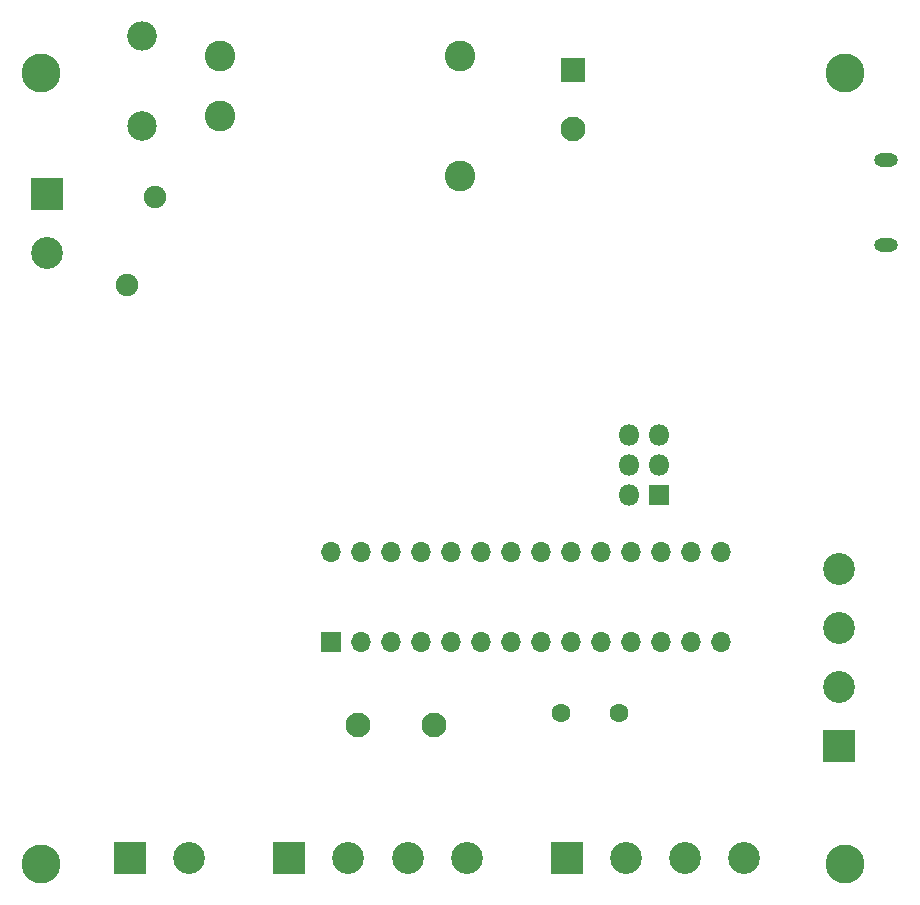
<source format=gbr>
%TF.GenerationSoftware,KiCad,Pcbnew,(5.1.6)-1*%
%TF.CreationDate,2021-11-03T21:47:23-07:00*%
%TF.ProjectId,well-monitor,77656c6c-2d6d-46f6-9e69-746f722e6b69,rev?*%
%TF.SameCoordinates,Original*%
%TF.FileFunction,Soldermask,Bot*%
%TF.FilePolarity,Negative*%
%FSLAX46Y46*%
G04 Gerber Fmt 4.6, Leading zero omitted, Abs format (unit mm)*
G04 Created by KiCad (PCBNEW (5.1.6)-1) date 2021-11-03 21:47:23*
%MOMM*%
%LPD*%
G01*
G04 APERTURE LIST*
%ADD10O,2.500000X2.500000*%
%ADD11C,2.500000*%
%ADD12C,3.300000*%
%ADD13O,2.000000X1.150000*%
%ADD14C,2.700000*%
%ADD15R,2.700000X2.700000*%
%ADD16C,1.900000*%
%ADD17C,2.100000*%
%ADD18R,2.100000X2.100000*%
%ADD19C,1.600000*%
%ADD20C,2.600000*%
%ADD21O,1.800000X1.800000*%
%ADD22R,1.800000X1.800000*%
%ADD23O,1.700000X1.700000*%
%ADD24R,1.700000X1.700000*%
G04 APERTURE END LIST*
D10*
%TO.C,R6*%
X108500000Y-45880000D03*
D11*
X108500000Y-53500000D03*
%TD*%
D12*
%TO.C,H4*%
X100000000Y-116000000D03*
%TD*%
%TO.C,H3*%
X168000000Y-116000000D03*
%TD*%
%TO.C,H2*%
X168000000Y-49000000D03*
%TD*%
%TO.C,H1*%
X100000000Y-49000000D03*
%TD*%
D13*
%TO.C,J6*%
X171550000Y-56425000D03*
X171550000Y-63575000D03*
%TD*%
D14*
%TO.C,J8*%
X112500000Y-115500000D03*
D15*
X107500000Y-115500000D03*
%TD*%
D14*
%TO.C,J5*%
X100500000Y-64250000D03*
D15*
X100500000Y-59250000D03*
%TD*%
D14*
%TO.C,J3*%
X159500000Y-115500000D03*
X154500000Y-115500000D03*
X149500000Y-115500000D03*
D15*
X144500000Y-115500000D03*
%TD*%
D14*
%TO.C,J2*%
X136000000Y-115500000D03*
X131000000Y-115500000D03*
X126000000Y-115500000D03*
D15*
X121000000Y-115500000D03*
%TD*%
D14*
%TO.C,J1*%
X167500000Y-91000000D03*
X167500000Y-96000000D03*
X167500000Y-101000000D03*
D15*
X167500000Y-106000000D03*
%TD*%
D16*
%TO.C,RV1*%
X109650000Y-59500000D03*
X107250000Y-67000000D03*
%TD*%
D17*
%TO.C,C16*%
X145000000Y-53750000D03*
D18*
X145000000Y-48750000D03*
%TD*%
D19*
%TO.C,Y2*%
X148880000Y-103250000D03*
X144000000Y-103250000D03*
%TD*%
D20*
%TO.C,U2*%
X135410000Y-47590000D03*
X115090000Y-52670000D03*
X115090000Y-47590000D03*
X135410000Y-57750000D03*
%TD*%
D17*
%TO.C,SW1*%
X133200000Y-104250000D03*
X126800000Y-104250000D03*
%TD*%
D21*
%TO.C,J4*%
X149710000Y-79670000D03*
X152250000Y-79670000D03*
X149710000Y-82210000D03*
X152250000Y-82210000D03*
X149710000Y-84750000D03*
D22*
X152250000Y-84750000D03*
%TD*%
D23*
%TO.C,U1*%
X124500000Y-89630000D03*
X157520000Y-97250000D03*
X127040000Y-89630000D03*
X154980000Y-97250000D03*
X129580000Y-89630000D03*
X152440000Y-97250000D03*
X132120000Y-89630000D03*
X149900000Y-97250000D03*
X134660000Y-89630000D03*
X147360000Y-97250000D03*
X137200000Y-89630000D03*
X144820000Y-97250000D03*
X139740000Y-89630000D03*
X142280000Y-97250000D03*
X142280000Y-89630000D03*
X139740000Y-97250000D03*
X144820000Y-89630000D03*
X137200000Y-97250000D03*
X147360000Y-89630000D03*
X134660000Y-97250000D03*
X149900000Y-89630000D03*
X132120000Y-97250000D03*
X152440000Y-89630000D03*
X129580000Y-97250000D03*
X154980000Y-89630000D03*
X127040000Y-97250000D03*
X157520000Y-89630000D03*
D24*
X124500000Y-97250000D03*
%TD*%
M02*

</source>
